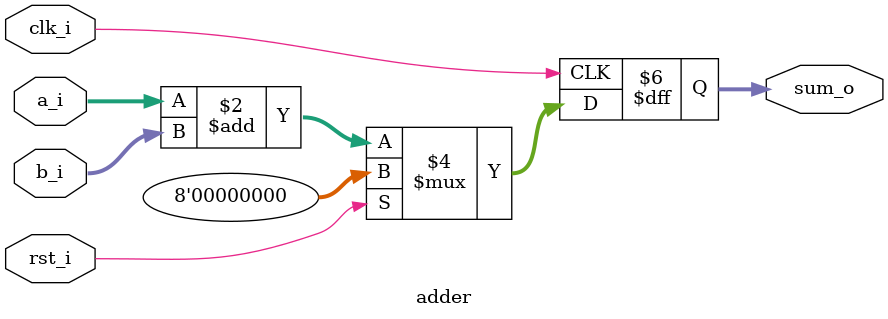
<source format=sv>

module adder#(
    parameter int width = 8
)
(
    input logic clk_i,
    input logic rst_i,
    input logic [width-1:0] a_i,
    input logic [width-1:0] b_i,
    output logic [width-1:0] sum_o
);

//Reset sincrono
always @(posedge clk_i) begin
    if(rst_i) 
        sum_o <= '0;
    else 
        sum_o <= a_i + b_i;
    end

endmodule : adder
</source>
